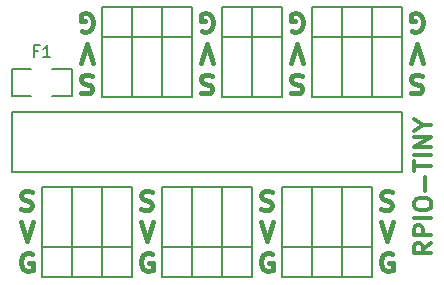
<source format=gto>
G04 (created by PCBNEW (2013-04-19 BZR 4011)-stable) date 21/10/2014 12:48:17*
%MOIN*%
G04 Gerber Fmt 3.4, Leading zero omitted, Abs format*
%FSLAX34Y34*%
G01*
G70*
G90*
G04 APERTURE LIST*
%ADD10C,0*%
%ADD11C,0.015*%
%ADD12C,0.011811*%
%ADD13C,0.008*%
%ADD14C,0.006*%
%ADD15C,0.005*%
%ADD16C,0.00590551*%
G04 APERTURE END LIST*
G54D10*
G54D11*
X3178Y-2776D02*
X3089Y-2747D01*
X2940Y-2747D01*
X2880Y-2776D01*
X2851Y-2806D01*
X2821Y-2866D01*
X2821Y-2925D01*
X2851Y-2985D01*
X2880Y-3014D01*
X2940Y-3044D01*
X3059Y-3074D01*
X3119Y-3104D01*
X3148Y-3133D01*
X3178Y-3193D01*
X3178Y-3252D01*
X3148Y-3312D01*
X3119Y-3342D01*
X3059Y-3372D01*
X2910Y-3372D01*
X2821Y-3342D01*
X3208Y-2347D02*
X3000Y-1722D01*
X2791Y-2347D01*
X2836Y-1292D02*
X2895Y-1322D01*
X2985Y-1322D01*
X3074Y-1292D01*
X3133Y-1232D01*
X3163Y-1173D01*
X3193Y-1054D01*
X3193Y-964D01*
X3163Y-845D01*
X3133Y-786D01*
X3074Y-726D01*
X2985Y-697D01*
X2925Y-697D01*
X2836Y-726D01*
X2806Y-756D01*
X2806Y-964D01*
X2925Y-964D01*
X7178Y-2776D02*
X7089Y-2747D01*
X6940Y-2747D01*
X6880Y-2776D01*
X6851Y-2806D01*
X6821Y-2866D01*
X6821Y-2925D01*
X6851Y-2985D01*
X6880Y-3014D01*
X6940Y-3044D01*
X7059Y-3074D01*
X7119Y-3104D01*
X7148Y-3133D01*
X7178Y-3193D01*
X7178Y-3252D01*
X7148Y-3312D01*
X7119Y-3342D01*
X7059Y-3372D01*
X6910Y-3372D01*
X6821Y-3342D01*
X7208Y-2347D02*
X7000Y-1722D01*
X6791Y-2347D01*
X6836Y-1292D02*
X6895Y-1322D01*
X6985Y-1322D01*
X7074Y-1292D01*
X7133Y-1232D01*
X7163Y-1173D01*
X7193Y-1054D01*
X7193Y-964D01*
X7163Y-845D01*
X7133Y-786D01*
X7074Y-726D01*
X6985Y-697D01*
X6925Y-697D01*
X6836Y-726D01*
X6806Y-756D01*
X6806Y-964D01*
X6925Y-964D01*
X10178Y-2776D02*
X10089Y-2747D01*
X9940Y-2747D01*
X9880Y-2776D01*
X9851Y-2806D01*
X9821Y-2866D01*
X9821Y-2925D01*
X9851Y-2985D01*
X9880Y-3014D01*
X9940Y-3044D01*
X10059Y-3074D01*
X10119Y-3104D01*
X10148Y-3133D01*
X10178Y-3193D01*
X10178Y-3252D01*
X10148Y-3312D01*
X10119Y-3342D01*
X10059Y-3372D01*
X9910Y-3372D01*
X9821Y-3342D01*
X10208Y-2347D02*
X10000Y-1722D01*
X9791Y-2347D01*
X9836Y-1292D02*
X9895Y-1322D01*
X9985Y-1322D01*
X10074Y-1292D01*
X10133Y-1232D01*
X10163Y-1173D01*
X10193Y-1054D01*
X10193Y-964D01*
X10163Y-845D01*
X10133Y-786D01*
X10074Y-726D01*
X9985Y-697D01*
X9925Y-697D01*
X9836Y-726D01*
X9806Y-756D01*
X9806Y-964D01*
X9925Y-964D01*
X821Y-7223D02*
X910Y-7252D01*
X1059Y-7252D01*
X1119Y-7223D01*
X1148Y-7193D01*
X1178Y-7133D01*
X1178Y-7074D01*
X1148Y-7014D01*
X1119Y-6985D01*
X1059Y-6955D01*
X940Y-6925D01*
X880Y-6895D01*
X851Y-6866D01*
X821Y-6806D01*
X821Y-6747D01*
X851Y-6687D01*
X880Y-6657D01*
X940Y-6627D01*
X1089Y-6627D01*
X1178Y-6657D01*
X791Y-7652D02*
X1000Y-8277D01*
X1208Y-7652D01*
X1163Y-8707D02*
X1104Y-8677D01*
X1014Y-8677D01*
X925Y-8707D01*
X866Y-8767D01*
X836Y-8826D01*
X806Y-8945D01*
X806Y-9035D01*
X836Y-9154D01*
X866Y-9213D01*
X925Y-9273D01*
X1014Y-9302D01*
X1074Y-9302D01*
X1163Y-9273D01*
X1193Y-9243D01*
X1193Y-9035D01*
X1074Y-9035D01*
X4821Y-7223D02*
X4910Y-7252D01*
X5059Y-7252D01*
X5119Y-7223D01*
X5148Y-7193D01*
X5178Y-7133D01*
X5178Y-7074D01*
X5148Y-7014D01*
X5119Y-6985D01*
X5059Y-6955D01*
X4940Y-6925D01*
X4880Y-6895D01*
X4851Y-6866D01*
X4821Y-6806D01*
X4821Y-6747D01*
X4851Y-6687D01*
X4880Y-6657D01*
X4940Y-6627D01*
X5089Y-6627D01*
X5178Y-6657D01*
X4791Y-7652D02*
X5000Y-8277D01*
X5208Y-7652D01*
X5163Y-8707D02*
X5104Y-8677D01*
X5014Y-8677D01*
X4925Y-8707D01*
X4866Y-8767D01*
X4836Y-8826D01*
X4806Y-8945D01*
X4806Y-9035D01*
X4836Y-9154D01*
X4866Y-9213D01*
X4925Y-9273D01*
X5014Y-9302D01*
X5074Y-9302D01*
X5163Y-9273D01*
X5193Y-9243D01*
X5193Y-9035D01*
X5074Y-9035D01*
X8821Y-7223D02*
X8910Y-7252D01*
X9059Y-7252D01*
X9119Y-7223D01*
X9148Y-7193D01*
X9178Y-7133D01*
X9178Y-7074D01*
X9148Y-7014D01*
X9119Y-6985D01*
X9059Y-6955D01*
X8940Y-6925D01*
X8880Y-6895D01*
X8851Y-6866D01*
X8821Y-6806D01*
X8821Y-6747D01*
X8851Y-6687D01*
X8880Y-6657D01*
X8940Y-6627D01*
X9089Y-6627D01*
X9178Y-6657D01*
X8791Y-7652D02*
X9000Y-8277D01*
X9208Y-7652D01*
X9163Y-8707D02*
X9104Y-8677D01*
X9014Y-8677D01*
X8925Y-8707D01*
X8866Y-8767D01*
X8836Y-8826D01*
X8806Y-8945D01*
X8806Y-9035D01*
X8836Y-9154D01*
X8866Y-9213D01*
X8925Y-9273D01*
X9014Y-9302D01*
X9074Y-9302D01*
X9163Y-9273D01*
X9193Y-9243D01*
X9193Y-9035D01*
X9074Y-9035D01*
X14178Y-2776D02*
X14089Y-2747D01*
X13940Y-2747D01*
X13880Y-2776D01*
X13851Y-2806D01*
X13821Y-2866D01*
X13821Y-2925D01*
X13851Y-2985D01*
X13880Y-3014D01*
X13940Y-3044D01*
X14059Y-3074D01*
X14119Y-3104D01*
X14148Y-3133D01*
X14178Y-3193D01*
X14178Y-3252D01*
X14148Y-3312D01*
X14119Y-3342D01*
X14059Y-3372D01*
X13910Y-3372D01*
X13821Y-3342D01*
X14208Y-2347D02*
X14000Y-1722D01*
X13791Y-2347D01*
X13836Y-1292D02*
X13895Y-1322D01*
X13985Y-1322D01*
X14074Y-1292D01*
X14133Y-1232D01*
X14163Y-1173D01*
X14193Y-1054D01*
X14193Y-964D01*
X14163Y-845D01*
X14133Y-786D01*
X14074Y-726D01*
X13985Y-697D01*
X13925Y-697D01*
X13836Y-726D01*
X13806Y-756D01*
X13806Y-964D01*
X13925Y-964D01*
G54D12*
X14489Y-8356D02*
X14207Y-8552D01*
X14489Y-8693D02*
X13898Y-8693D01*
X13898Y-8468D01*
X13926Y-8412D01*
X13954Y-8384D01*
X14010Y-8356D01*
X14095Y-8356D01*
X14151Y-8384D01*
X14179Y-8412D01*
X14207Y-8468D01*
X14207Y-8693D01*
X14489Y-8102D02*
X13898Y-8102D01*
X13898Y-7877D01*
X13926Y-7821D01*
X13954Y-7793D01*
X14010Y-7765D01*
X14095Y-7765D01*
X14151Y-7793D01*
X14179Y-7821D01*
X14207Y-7877D01*
X14207Y-8102D01*
X14489Y-7512D02*
X13898Y-7512D01*
X13898Y-7118D02*
X13898Y-7006D01*
X13926Y-6949D01*
X13982Y-6893D01*
X14095Y-6865D01*
X14292Y-6865D01*
X14404Y-6893D01*
X14460Y-6949D01*
X14489Y-7006D01*
X14489Y-7118D01*
X14460Y-7174D01*
X14404Y-7231D01*
X14292Y-7259D01*
X14095Y-7259D01*
X13982Y-7231D01*
X13926Y-7174D01*
X13898Y-7118D01*
X14264Y-6612D02*
X14264Y-6162D01*
X13898Y-5965D02*
X13898Y-5628D01*
X14489Y-5796D02*
X13898Y-5796D01*
X14489Y-5431D02*
X13898Y-5431D01*
X14489Y-5150D02*
X13898Y-5150D01*
X14489Y-4812D01*
X13898Y-4812D01*
X14207Y-4419D02*
X14489Y-4419D01*
X13898Y-4615D02*
X14207Y-4419D01*
X13898Y-4222D01*
G54D11*
X12821Y-7223D02*
X12910Y-7252D01*
X13059Y-7252D01*
X13119Y-7223D01*
X13148Y-7193D01*
X13178Y-7133D01*
X13178Y-7074D01*
X13148Y-7014D01*
X13119Y-6985D01*
X13059Y-6955D01*
X12940Y-6925D01*
X12880Y-6895D01*
X12851Y-6866D01*
X12821Y-6806D01*
X12821Y-6747D01*
X12851Y-6687D01*
X12880Y-6657D01*
X12940Y-6627D01*
X13089Y-6627D01*
X13178Y-6657D01*
X12791Y-7652D02*
X13000Y-8277D01*
X13208Y-7652D01*
X13163Y-8707D02*
X13104Y-8677D01*
X13014Y-8677D01*
X12925Y-8707D01*
X12866Y-8767D01*
X12836Y-8826D01*
X12806Y-8945D01*
X12806Y-9035D01*
X12836Y-9154D01*
X12866Y-9213D01*
X12925Y-9273D01*
X13014Y-9302D01*
X13074Y-9302D01*
X13163Y-9273D01*
X13193Y-9243D01*
X13193Y-9035D01*
X13074Y-9035D01*
G54D13*
X500Y-6000D02*
X13500Y-6000D01*
X13500Y-4000D02*
X500Y-4000D01*
X500Y-4000D02*
X500Y-6000D01*
X13500Y-6000D02*
X13500Y-4000D01*
G54D14*
X4500Y-9500D02*
X3500Y-9500D01*
X3500Y-9500D02*
X3500Y-6500D01*
X3500Y-6500D02*
X4500Y-6500D01*
X4500Y-6500D02*
X4500Y-9500D01*
X3500Y-8500D02*
X4500Y-8500D01*
X7500Y-9500D02*
X6500Y-9500D01*
X6500Y-9500D02*
X6500Y-6500D01*
X6500Y-6500D02*
X7500Y-6500D01*
X7500Y-6500D02*
X7500Y-9500D01*
X6500Y-8500D02*
X7500Y-8500D01*
X10500Y-9500D02*
X9500Y-9500D01*
X9500Y-9500D02*
X9500Y-6500D01*
X9500Y-6500D02*
X10500Y-6500D01*
X10500Y-6500D02*
X10500Y-9500D01*
X9500Y-8500D02*
X10500Y-8500D01*
X12500Y-9500D02*
X11500Y-9500D01*
X11500Y-9500D02*
X11500Y-6500D01*
X11500Y-6500D02*
X12500Y-6500D01*
X12500Y-6500D02*
X12500Y-9500D01*
X11500Y-8500D02*
X12500Y-8500D01*
X8500Y-9500D02*
X7500Y-9500D01*
X7500Y-9500D02*
X7500Y-6500D01*
X7500Y-6500D02*
X8500Y-6500D01*
X8500Y-6500D02*
X8500Y-9500D01*
X7500Y-8500D02*
X8500Y-8500D01*
X11500Y-9500D02*
X10500Y-9500D01*
X10500Y-9500D02*
X10500Y-6500D01*
X10500Y-6500D02*
X11500Y-6500D01*
X11500Y-6500D02*
X11500Y-9500D01*
X10500Y-8500D02*
X11500Y-8500D01*
G54D15*
X2500Y-3450D02*
X2500Y-2550D01*
X2500Y-2550D02*
X1850Y-2550D01*
X1150Y-3450D02*
X500Y-3450D01*
X500Y-3450D02*
X500Y-2550D01*
X500Y-2550D02*
X1150Y-2550D01*
X1850Y-3450D02*
X2500Y-3450D01*
G54D14*
X6500Y-9500D02*
X5500Y-9500D01*
X5500Y-9500D02*
X5500Y-6500D01*
X5500Y-6500D02*
X6500Y-6500D01*
X6500Y-6500D02*
X6500Y-9500D01*
X5500Y-8500D02*
X6500Y-8500D01*
X7500Y-500D02*
X8500Y-500D01*
X8500Y-500D02*
X8500Y-3500D01*
X8500Y-3500D02*
X7500Y-3500D01*
X7500Y-3500D02*
X7500Y-500D01*
X8500Y-1500D02*
X7500Y-1500D01*
X8500Y-500D02*
X9500Y-500D01*
X9500Y-500D02*
X9500Y-3500D01*
X9500Y-3500D02*
X8500Y-3500D01*
X8500Y-3500D02*
X8500Y-500D01*
X9500Y-1500D02*
X8500Y-1500D01*
X10500Y-500D02*
X11500Y-500D01*
X11500Y-500D02*
X11500Y-3500D01*
X11500Y-3500D02*
X10500Y-3500D01*
X10500Y-3500D02*
X10500Y-500D01*
X11500Y-1500D02*
X10500Y-1500D01*
X11500Y-500D02*
X12500Y-500D01*
X12500Y-500D02*
X12500Y-3500D01*
X12500Y-3500D02*
X11500Y-3500D01*
X11500Y-3500D02*
X11500Y-500D01*
X12500Y-1500D02*
X11500Y-1500D01*
X12500Y-500D02*
X13500Y-500D01*
X13500Y-500D02*
X13500Y-3500D01*
X13500Y-3500D02*
X12500Y-3500D01*
X12500Y-3500D02*
X12500Y-500D01*
X13500Y-1500D02*
X12500Y-1500D01*
X3500Y-9500D02*
X2500Y-9500D01*
X2500Y-9500D02*
X2500Y-6500D01*
X2500Y-6500D02*
X3500Y-6500D01*
X3500Y-6500D02*
X3500Y-9500D01*
X2500Y-8500D02*
X3500Y-8500D01*
X4500Y-500D02*
X5500Y-500D01*
X5500Y-500D02*
X5500Y-3500D01*
X5500Y-3500D02*
X4500Y-3500D01*
X4500Y-3500D02*
X4500Y-500D01*
X5500Y-1500D02*
X4500Y-1500D01*
X2500Y-9500D02*
X1500Y-9500D01*
X1500Y-9500D02*
X1500Y-6500D01*
X1500Y-6500D02*
X2500Y-6500D01*
X2500Y-6500D02*
X2500Y-9500D01*
X1500Y-8500D02*
X2500Y-8500D01*
X3500Y-500D02*
X4500Y-500D01*
X4500Y-500D02*
X4500Y-3500D01*
X4500Y-3500D02*
X3500Y-3500D01*
X3500Y-3500D02*
X3500Y-500D01*
X4500Y-1500D02*
X3500Y-1500D01*
X5500Y-500D02*
X6500Y-500D01*
X6500Y-500D02*
X6500Y-3500D01*
X6500Y-3500D02*
X5500Y-3500D01*
X5500Y-3500D02*
X5500Y-500D01*
X6500Y-1500D02*
X5500Y-1500D01*
G54D16*
X1368Y-1953D02*
X1237Y-1953D01*
X1237Y-2159D02*
X1237Y-1765D01*
X1425Y-1765D01*
X1781Y-2159D02*
X1556Y-2159D01*
X1668Y-2159D02*
X1668Y-1765D01*
X1631Y-1821D01*
X1593Y-1859D01*
X1556Y-1878D01*
M02*

</source>
